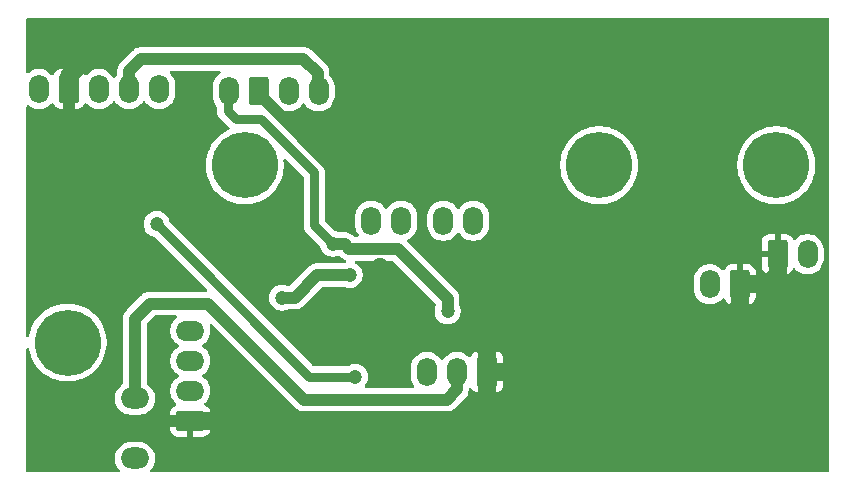
<source format=gbr>
%TF.GenerationSoftware,KiCad,Pcbnew,9.0.6*%
%TF.CreationDate,2026-01-16T11:33:12+01:00*%
%TF.ProjectId,PhatBoy_kicad_mark2025,50686174-426f-4795-9f6b-696361645f6d,rev?*%
%TF.SameCoordinates,Original*%
%TF.FileFunction,Copper,L2,Bot*%
%TF.FilePolarity,Positive*%
%FSLAX46Y46*%
G04 Gerber Fmt 4.6, Leading zero omitted, Abs format (unit mm)*
G04 Created by KiCad (PCBNEW 9.0.6) date 2026-01-16 11:33:12*
%MOMM*%
%LPD*%
G01*
G04 APERTURE LIST*
G04 Aperture macros list*
%AMRoundRect*
0 Rectangle with rounded corners*
0 $1 Rounding radius*
0 $2 $3 $4 $5 $6 $7 $8 $9 X,Y pos of 4 corners*
0 Add a 4 corners polygon primitive as box body*
4,1,4,$2,$3,$4,$5,$6,$7,$8,$9,$2,$3,0*
0 Add four circle primitives for the rounded corners*
1,1,$1+$1,$2,$3*
1,1,$1+$1,$4,$5*
1,1,$1+$1,$6,$7*
1,1,$1+$1,$8,$9*
0 Add four rect primitives between the rounded corners*
20,1,$1+$1,$2,$3,$4,$5,0*
20,1,$1+$1,$4,$5,$6,$7,0*
20,1,$1+$1,$6,$7,$8,$9,0*
20,1,$1+$1,$8,$9,$2,$3,0*%
G04 Aperture macros list end*
%TA.AperFunction,WasherPad*%
%ADD10C,5.600000*%
%TD*%
%TA.AperFunction,ComponentPad*%
%ADD11O,1.700000X2.400000*%
%TD*%
%TA.AperFunction,ComponentPad*%
%ADD12RoundRect,0.250000X-0.600000X0.950000X-0.600000X-0.950000X0.600000X-0.950000X0.600000X0.950000X0*%
%TD*%
%TA.AperFunction,ComponentPad*%
%ADD13O,2.400000X1.800000*%
%TD*%
%TA.AperFunction,ComponentPad*%
%ADD14RoundRect,0.250000X0.950000X-0.650000X0.950000X0.650000X-0.950000X0.650000X-0.950000X-0.650000X0*%
%TD*%
%TA.AperFunction,ComponentPad*%
%ADD15O,2.400000X1.700000*%
%TD*%
%TA.AperFunction,ComponentPad*%
%ADD16RoundRect,0.250000X-0.950000X-0.600000X0.950000X-0.600000X0.950000X0.600000X-0.950000X0.600000X0*%
%TD*%
%TA.AperFunction,ComponentPad*%
%ADD17RoundRect,0.250000X0.600000X-0.950000X0.600000X0.950000X-0.600000X0.950000X-0.600000X-0.950000X0*%
%TD*%
%TA.AperFunction,ComponentPad*%
%ADD18R,1.700000X2.400000*%
%TD*%
%TA.AperFunction,ViaPad*%
%ADD19C,1.200000*%
%TD*%
%TA.AperFunction,Conductor*%
%ADD20C,1.000000*%
%TD*%
%TA.AperFunction,Conductor*%
%ADD21C,1.500000*%
%TD*%
%TA.AperFunction,Conductor*%
%ADD22C,0.800000*%
%TD*%
G04 APERTURE END LIST*
D10*
%TO.P,H1,*%
%TO.N,*%
X85000000Y-80000000D03*
%TD*%
%TO.P,H4,*%
%TO.N,*%
X40000000Y-95000000D03*
%TD*%
D11*
%TO.P,J11,1,Pin_1*%
%TO.N,Net-(J11-Pin_1)*%
X102650000Y-87525000D03*
D12*
%TO.P,J11,2,Pin_2*%
%TO.N,GND*%
X100110000Y-87525000D03*
%TD*%
D10*
%TO.P,H3,*%
%TO.N,*%
X100000000Y-80000000D03*
%TD*%
D13*
%TO.P,U5,1,OUT*%
%TO.N,/REMOTE*%
X45699489Y-104807024D03*
D14*
%TO.P,U5,2,GND*%
%TO.N,GND*%
X45699489Y-102267024D03*
D13*
%TO.P,U5,3,Vs*%
%TO.N,+5V*%
X45699489Y-99727024D03*
%TD*%
D15*
%TO.P,J7,1,Pin_1*%
%TO.N,/RXD*%
X50393285Y-94002276D03*
%TO.P,J7,2,Pin_2*%
%TO.N,/TXD*%
X50393285Y-96542276D03*
%TO.P,J7,3,Pin_3*%
%TO.N,/RST*%
X50393285Y-99082276D03*
D16*
%TO.P,J7,4,Pin_4*%
%TO.N,GND*%
X50393285Y-101622276D03*
%TD*%
D10*
%TO.P,H2,*%
%TO.N,*%
X55000000Y-80000000D03*
%TD*%
D11*
%TO.P,J6,1,Pin_1*%
%TO.N,SCL*%
X61250000Y-73725000D03*
%TO.P,J6,2,Pin_2*%
%TO.N,SDA*%
X58710000Y-73725000D03*
D17*
%TO.P,J6,3,Pin_3*%
%TO.N,GND*%
X56170000Y-73725000D03*
D11*
%TO.P,J6,4,Pin_4*%
%TO.N,+5V*%
X53630000Y-73725000D03*
%TD*%
%TO.P,J12,1,Pin_1*%
%TO.N,Net-(J12-Pin_1)*%
X94375000Y-90075000D03*
D12*
%TO.P,J12,2,Pin_2*%
%TO.N,GND*%
X96915000Y-90075000D03*
%TD*%
D11*
%TO.P,J1,1,Pin_1*%
%TO.N,Net-(J1-Pin_1)*%
X47737206Y-73544687D03*
%TO.P,J1,2,Pin_2*%
%TO.N,SCL*%
X45197206Y-73544687D03*
%TO.P,J1,3,Pin_3*%
%TO.N,SDA*%
X42657206Y-73544687D03*
D17*
%TO.P,J1,4,Pin_4*%
%TO.N,GND*%
X40117206Y-73544687D03*
D11*
%TO.P,J1,5,Pin_5*%
%TO.N,+5V*%
X37577206Y-73544687D03*
%TD*%
%TO.P,J3,1,Pin_1*%
%TO.N,Net-(J3-Pin_1)*%
X74350000Y-84690000D03*
%TO.P,J3,2,Pin_2*%
%TO.N,Net-(J3-Pin_2)*%
X71810000Y-84690000D03*
%TD*%
%TO.P,J4,1,Pin_1*%
%TO.N,Net-(J4-Pin_1)*%
X68240000Y-84690000D03*
%TO.P,J4,2,Pin_2*%
%TO.N,Net-(J4-Pin_2)*%
X65700000Y-84690000D03*
%TD*%
%TO.P,J8,1,Pin_1*%
%TO.N,/SERVO_G*%
X70430000Y-97485000D03*
%TO.P,J8,2,Pin_2*%
%TO.N,+5V*%
X72970000Y-97485000D03*
D18*
%TO.P,J8,3,Pin_3*%
%TO.N,GND*%
X75510000Y-97485000D03*
%TD*%
D19*
%TO.N,GND*%
X49370000Y-84290000D03*
X65085000Y-104740000D03*
X94430000Y-104710000D03*
X66457178Y-88593674D03*
X63410000Y-84230000D03*
X59170000Y-93550000D03*
%TO.N,+5V*%
X62445000Y-86642063D03*
X72165000Y-92365000D03*
%TO.N,/BIN1*%
X63870000Y-89275000D03*
X58142737Y-91193775D03*
%TO.N,SHUT*%
X64360000Y-97890000D03*
X47530000Y-84970000D03*
%TD*%
D20*
%TO.N,GND*%
X63460000Y-93550000D02*
X59170000Y-93550000D01*
D21*
X61840000Y-68860000D02*
X65410000Y-72430000D01*
X65085000Y-104740000D02*
X61967276Y-101622276D01*
X96915000Y-91935000D02*
X96915000Y-90075000D01*
D20*
X49370000Y-84670000D02*
X58250000Y-93550000D01*
X45776513Y-102190000D02*
X47810000Y-102190000D01*
D21*
X77890000Y-82470000D02*
X74630000Y-79210000D01*
X40117206Y-73544687D02*
X40117206Y-72442794D01*
X73437724Y-101622276D02*
X75510000Y-99550000D01*
X40117206Y-72442794D02*
X43700000Y-68860000D01*
D20*
X43637024Y-102267024D02*
X45699489Y-102267024D01*
D21*
X77890000Y-86600000D02*
X77890000Y-82470000D01*
D20*
X40117206Y-73544687D02*
X40117206Y-81767206D01*
D21*
X61967276Y-101622276D02*
X73437724Y-101622276D01*
D20*
X66165000Y-88885852D02*
X66165000Y-90845000D01*
X44050000Y-85700000D02*
X44050000Y-97810000D01*
X44050000Y-97810000D02*
X43022930Y-98837070D01*
X56080000Y-73880000D02*
X56080000Y-73562645D01*
X47810000Y-102190000D02*
X48390000Y-101610000D01*
D21*
X66165000Y-89705000D02*
X70970000Y-94510000D01*
D20*
X49840000Y-101610000D02*
X49852276Y-101622276D01*
X48390000Y-101610000D02*
X49840000Y-101610000D01*
D21*
X65410000Y-79210000D02*
X63410000Y-81210000D01*
X75510000Y-95640000D02*
X74380000Y-94510000D01*
X74630000Y-79210000D02*
X65410000Y-79210000D01*
X91365000Y-97485000D02*
X96915000Y-91935000D01*
D20*
X63410000Y-81210000D02*
X56080000Y-73880000D01*
X66165000Y-90845000D02*
X63460000Y-93550000D01*
D21*
X66457178Y-88593674D02*
X66165000Y-88885852D01*
D20*
X45699489Y-102267024D02*
X45776513Y-102190000D01*
D21*
X75510000Y-99550000D02*
X75510000Y-97485000D01*
X74380000Y-90110000D02*
X77890000Y-86600000D01*
X65410000Y-72430000D02*
X65410000Y-79210000D01*
X75510000Y-97485000D02*
X75510000Y-95640000D01*
X99305000Y-90075000D02*
X100110000Y-89270000D01*
D20*
X58250000Y-93550000D02*
X59170000Y-93550000D01*
X43022930Y-98837070D02*
X43022930Y-101652930D01*
D21*
X66165000Y-88885852D02*
X66165000Y-89705000D01*
X43700000Y-68860000D02*
X61840000Y-68860000D01*
D20*
X49370000Y-84290000D02*
X49370000Y-84670000D01*
X43022930Y-101652930D02*
X43637024Y-102267024D01*
D21*
X74380000Y-94510000D02*
X74380000Y-90110000D01*
X61967276Y-101622276D02*
X50393285Y-101622276D01*
X75510000Y-97485000D02*
X91365000Y-97485000D01*
X100110000Y-89270000D02*
X100110000Y-87525000D01*
D20*
X49852276Y-101622276D02*
X50393285Y-101622276D01*
X40117206Y-81767206D02*
X44050000Y-85700000D01*
D21*
X70970000Y-94510000D02*
X74380000Y-94510000D01*
D20*
X63410000Y-84230000D02*
X63410000Y-81210000D01*
D21*
X96915000Y-90075000D02*
X99305000Y-90075000D01*
D22*
%TO.N,+5V*%
X60880000Y-80590000D02*
X56340000Y-76050000D01*
D20*
X67940000Y-87060000D02*
X72165000Y-91285000D01*
X63850000Y-87060000D02*
X67940000Y-87060000D01*
X46960000Y-91710000D02*
X51923959Y-91710000D01*
D22*
X54230000Y-76050000D02*
X53540000Y-75360000D01*
D20*
X72100000Y-99830000D02*
X72970000Y-98960000D01*
X62462937Y-86660000D02*
X63450000Y-86660000D01*
X62445000Y-86642063D02*
X62462937Y-86660000D01*
X45688745Y-98994350D02*
X45688745Y-92981255D01*
X72165000Y-91285000D02*
X72165000Y-92365000D01*
D22*
X60880000Y-85077063D02*
X60880000Y-80590000D01*
D20*
X63450000Y-86660000D02*
X63850000Y-87060000D01*
X72970000Y-98960000D02*
X72970000Y-97485000D01*
X45688745Y-92981255D02*
X46960000Y-91710000D01*
X45699489Y-99005094D02*
X45688745Y-98994350D01*
X51923959Y-91710000D02*
X60043959Y-99830000D01*
D22*
X62445000Y-86642063D02*
X60880000Y-85077063D01*
X53540000Y-75360000D02*
X53540000Y-73562645D01*
X56340000Y-76050000D02*
X54230000Y-76050000D01*
D20*
X60043959Y-99830000D02*
X72100000Y-99830000D01*
X45699489Y-99727024D02*
X45699489Y-99005094D01*
D22*
X62445000Y-86642063D02*
X61752937Y-85950000D01*
D20*
%TO.N,/BIN1*%
X58142737Y-91193775D02*
X59226225Y-91193775D01*
X61145000Y-89275000D02*
X63870000Y-89275000D01*
X59226225Y-91193775D02*
X61145000Y-89275000D01*
D22*
%TO.N,SHUT*%
X47530000Y-84970000D02*
X60450000Y-97890000D01*
X60450000Y-97890000D02*
X64360000Y-97890000D01*
D20*
%TO.N,SCL*%
X46220000Y-70990000D02*
X45197206Y-72012794D01*
X61160000Y-72180000D02*
X59970000Y-70990000D01*
X45197206Y-72012794D02*
X45197206Y-73544687D01*
X61160000Y-73562645D02*
X61160000Y-72180000D01*
X59970000Y-70990000D02*
X46220000Y-70990000D01*
%TD*%
%TA.AperFunction,Conductor*%
%TO.N,GND*%
G36*
X104442539Y-67520185D02*
G01*
X104488294Y-67572989D01*
X104499500Y-67624500D01*
X104499500Y-105875500D01*
X104479815Y-105942539D01*
X104427011Y-105988294D01*
X104375500Y-105999500D01*
X47086982Y-105999500D01*
X47019943Y-105979815D01*
X46974188Y-105927011D01*
X46964244Y-105857853D01*
X46993269Y-105794297D01*
X46999301Y-105787819D01*
X47067731Y-105719389D01*
X47197304Y-105541046D01*
X47297384Y-105344630D01*
X47365504Y-105134975D01*
X47399989Y-104917246D01*
X47399989Y-104696802D01*
X47365504Y-104479073D01*
X47297384Y-104269418D01*
X47297384Y-104269417D01*
X47262726Y-104201399D01*
X47197304Y-104073002D01*
X47180749Y-104050216D01*
X47067736Y-103894665D01*
X47067732Y-103894660D01*
X46911852Y-103738780D01*
X46911847Y-103738776D01*
X46733514Y-103609211D01*
X46733513Y-103609210D01*
X46733511Y-103609209D01*
X46670585Y-103577146D01*
X46537095Y-103509128D01*
X46537092Y-103509127D01*
X46327441Y-103441009D01*
X46218575Y-103423766D01*
X46109711Y-103406524D01*
X45289267Y-103406524D01*
X45216690Y-103418019D01*
X45071536Y-103441009D01*
X44861885Y-103509127D01*
X44861882Y-103509128D01*
X44665463Y-103609211D01*
X44487130Y-103738776D01*
X44487125Y-103738780D01*
X44331245Y-103894660D01*
X44331241Y-103894665D01*
X44201676Y-104072998D01*
X44101593Y-104269417D01*
X44101592Y-104269420D01*
X44033474Y-104479071D01*
X43998989Y-104696802D01*
X43998989Y-104917245D01*
X44033474Y-105134976D01*
X44101592Y-105344627D01*
X44101593Y-105344630D01*
X44201676Y-105541049D01*
X44331241Y-105719382D01*
X44331245Y-105719387D01*
X44399677Y-105787819D01*
X44433162Y-105849142D01*
X44428178Y-105918834D01*
X44386306Y-105974767D01*
X44320842Y-105999184D01*
X44311996Y-105999500D01*
X36624500Y-105999500D01*
X36557461Y-105979815D01*
X36511706Y-105927011D01*
X36500500Y-105875500D01*
X36500500Y-99616802D01*
X43998989Y-99616802D01*
X43998989Y-99837245D01*
X44033474Y-100054976D01*
X44101592Y-100264627D01*
X44101593Y-100264630D01*
X44201676Y-100461049D01*
X44331241Y-100639382D01*
X44331245Y-100639387D01*
X44487125Y-100795267D01*
X44487130Y-100795271D01*
X44589406Y-100869578D01*
X44665467Y-100924839D01*
X44793864Y-100990261D01*
X44861882Y-101024919D01*
X44861885Y-101024920D01*
X44966710Y-101058979D01*
X45071538Y-101093039D01*
X45289267Y-101127524D01*
X45289268Y-101127524D01*
X46109710Y-101127524D01*
X46109711Y-101127524D01*
X46327440Y-101093039D01*
X46537095Y-101024919D01*
X46733511Y-100924839D01*
X46911854Y-100795266D01*
X47067731Y-100639389D01*
X47197304Y-100461046D01*
X47297384Y-100264630D01*
X47365504Y-100054975D01*
X47399989Y-99837246D01*
X47399989Y-99616802D01*
X47365504Y-99399073D01*
X47297384Y-99189418D01*
X47297384Y-99189417D01*
X47262726Y-99121399D01*
X47197304Y-98993002D01*
X47087331Y-98841636D01*
X47067736Y-98814665D01*
X47067732Y-98814660D01*
X46911852Y-98658780D01*
X46911847Y-98658776D01*
X46740360Y-98534184D01*
X46697694Y-98478854D01*
X46689245Y-98433866D01*
X46689245Y-93447037D01*
X46708930Y-93379998D01*
X46725564Y-93359356D01*
X47338101Y-92746819D01*
X47399424Y-92713334D01*
X47425782Y-92710500D01*
X49142020Y-92710500D01*
X49209059Y-92730185D01*
X49254814Y-92782989D01*
X49264758Y-92852147D01*
X49235733Y-92915703D01*
X49214905Y-92934818D01*
X49163499Y-92972166D01*
X49163494Y-92972170D01*
X49013175Y-93122489D01*
X48888236Y-93294455D01*
X48791729Y-93483861D01*
X48726038Y-93686036D01*
X48692785Y-93895989D01*
X48692785Y-94108562D01*
X48706807Y-94197097D01*
X48726039Y-94318519D01*
X48789920Y-94515125D01*
X48791729Y-94520690D01*
X48888236Y-94710096D01*
X49013175Y-94882062D01*
X49163498Y-95032385D01*
X49335467Y-95157326D01*
X49344231Y-95161792D01*
X49395027Y-95209767D01*
X49411821Y-95277588D01*
X49389283Y-95343723D01*
X49344231Y-95382760D01*
X49335467Y-95387225D01*
X49163498Y-95512166D01*
X49013175Y-95662489D01*
X48888236Y-95834455D01*
X48791729Y-96023861D01*
X48726038Y-96226036D01*
X48721479Y-96254821D01*
X48692785Y-96435989D01*
X48692785Y-96648563D01*
X48700749Y-96698848D01*
X48719741Y-96818760D01*
X48726039Y-96858519D01*
X48788446Y-97050588D01*
X48791729Y-97060690D01*
X48888236Y-97250096D01*
X49013175Y-97422062D01*
X49163498Y-97572385D01*
X49335467Y-97697326D01*
X49344231Y-97701792D01*
X49395027Y-97749767D01*
X49411821Y-97817588D01*
X49389283Y-97883723D01*
X49344231Y-97922760D01*
X49335467Y-97927225D01*
X49163498Y-98052166D01*
X49013175Y-98202489D01*
X48888236Y-98374455D01*
X48791729Y-98563861D01*
X48726038Y-98766036D01*
X48700529Y-98927093D01*
X48692785Y-98975989D01*
X48692785Y-99188563D01*
X48692921Y-99189420D01*
X48709948Y-99296929D01*
X48726039Y-99398519D01*
X48726218Y-99399071D01*
X48791729Y-99600690D01*
X48888236Y-99790096D01*
X49013175Y-99962062D01*
X49013181Y-99962068D01*
X49163493Y-100112380D01*
X49163494Y-100112381D01*
X49163493Y-100112381D01*
X49168883Y-100116296D01*
X49211552Y-100171624D01*
X49217534Y-100241237D01*
X49184932Y-100303034D01*
X49135014Y-100334322D01*
X49124166Y-100337917D01*
X49124160Y-100337919D01*
X48974939Y-100429960D01*
X48850969Y-100553930D01*
X48758928Y-100703151D01*
X48758926Y-100703156D01*
X48703779Y-100869578D01*
X48703778Y-100869585D01*
X48693285Y-100972289D01*
X48693285Y-101372276D01*
X49960273Y-101372276D01*
X49927360Y-101429283D01*
X49893285Y-101556450D01*
X49893285Y-101688102D01*
X49927360Y-101815269D01*
X49960273Y-101872276D01*
X48693286Y-101872276D01*
X48693286Y-102272262D01*
X48703779Y-102374973D01*
X48758926Y-102541395D01*
X48758928Y-102541400D01*
X48850969Y-102690621D01*
X48974939Y-102814591D01*
X49124160Y-102906632D01*
X49124165Y-102906634D01*
X49290587Y-102961781D01*
X49290594Y-102961782D01*
X49393304Y-102972275D01*
X50143284Y-102972275D01*
X50143285Y-102972274D01*
X50143285Y-102055288D01*
X50200292Y-102088201D01*
X50327459Y-102122276D01*
X50459111Y-102122276D01*
X50586278Y-102088201D01*
X50643285Y-102055288D01*
X50643285Y-102972275D01*
X51393257Y-102972275D01*
X51393271Y-102972274D01*
X51495982Y-102961781D01*
X51662404Y-102906634D01*
X51662409Y-102906632D01*
X51811630Y-102814591D01*
X51935600Y-102690621D01*
X52027641Y-102541400D01*
X52027643Y-102541395D01*
X52082790Y-102374973D01*
X52082791Y-102374966D01*
X52093284Y-102272262D01*
X52093285Y-102272249D01*
X52093285Y-101872276D01*
X50826297Y-101872276D01*
X50859210Y-101815269D01*
X50893285Y-101688102D01*
X50893285Y-101556450D01*
X50859210Y-101429283D01*
X50826297Y-101372276D01*
X52093284Y-101372276D01*
X52093284Y-100972304D01*
X52093283Y-100972289D01*
X52082790Y-100869578D01*
X52027643Y-100703156D01*
X52027641Y-100703151D01*
X51935600Y-100553930D01*
X51811630Y-100429960D01*
X51662409Y-100337919D01*
X51662399Y-100337915D01*
X51651557Y-100334322D01*
X51594114Y-100294548D01*
X51567294Y-100230031D01*
X51579611Y-100161255D01*
X51617688Y-100116294D01*
X51623077Y-100112380D01*
X51773389Y-99962068D01*
X51773391Y-99962064D01*
X51773394Y-99962062D01*
X51898333Y-99790096D01*
X51898332Y-99790096D01*
X51898336Y-99790092D01*
X51994842Y-99600688D01*
X52060531Y-99398519D01*
X52093785Y-99188563D01*
X52093785Y-98975989D01*
X52060531Y-98766033D01*
X51994842Y-98563864D01*
X51898336Y-98374460D01*
X51898334Y-98374457D01*
X51898333Y-98374455D01*
X51773394Y-98202489D01*
X51623071Y-98052166D01*
X51451105Y-97927227D01*
X51450400Y-97926867D01*
X51442339Y-97922761D01*
X51391544Y-97874788D01*
X51374748Y-97806968D01*
X51397284Y-97740832D01*
X51442339Y-97701791D01*
X51451101Y-97697327D01*
X51540605Y-97632299D01*
X51623071Y-97572385D01*
X51623073Y-97572382D01*
X51623077Y-97572380D01*
X51773389Y-97422068D01*
X51773391Y-97422064D01*
X51773394Y-97422062D01*
X51898333Y-97250096D01*
X51898332Y-97250096D01*
X51898336Y-97250092D01*
X51994842Y-97060688D01*
X52060531Y-96858519D01*
X52093785Y-96648563D01*
X52093785Y-96435989D01*
X52060531Y-96226033D01*
X51994842Y-96023864D01*
X51898336Y-95834460D01*
X51898334Y-95834457D01*
X51898333Y-95834455D01*
X51773394Y-95662489D01*
X51623071Y-95512166D01*
X51451105Y-95387227D01*
X51450400Y-95386867D01*
X51442339Y-95382761D01*
X51391544Y-95334788D01*
X51374748Y-95266968D01*
X51397284Y-95200832D01*
X51442339Y-95161791D01*
X51451101Y-95157327D01*
X51473074Y-95141362D01*
X51623071Y-95032385D01*
X51623073Y-95032382D01*
X51623077Y-95032380D01*
X51773389Y-94882068D01*
X51773391Y-94882064D01*
X51773394Y-94882062D01*
X51898333Y-94710096D01*
X51898332Y-94710096D01*
X51898336Y-94710092D01*
X51994842Y-94520688D01*
X52060531Y-94318519D01*
X52093785Y-94108563D01*
X52093785Y-93895989D01*
X52060531Y-93686033D01*
X52015801Y-93548371D01*
X52013807Y-93478533D01*
X52049887Y-93418700D01*
X52112588Y-93387872D01*
X52182002Y-93395837D01*
X52221414Y-93422375D01*
X59263694Y-100464655D01*
X59263723Y-100464686D01*
X59406173Y-100607136D01*
X59406177Y-100607139D01*
X59570038Y-100716628D01*
X59570051Y-100716635D01*
X59698792Y-100769961D01*
X59741703Y-100787735D01*
X59752123Y-100792051D01*
X59848771Y-100811275D01*
X59897094Y-100820887D01*
X59945417Y-100830500D01*
X59945418Y-100830500D01*
X72198542Y-100830500D01*
X72229566Y-100824328D01*
X72295188Y-100811275D01*
X72391836Y-100792051D01*
X72445165Y-100769961D01*
X72573914Y-100716632D01*
X72737782Y-100607139D01*
X72877139Y-100467782D01*
X72877140Y-100467779D01*
X72884206Y-100460714D01*
X72884209Y-100460710D01*
X73607778Y-99737141D01*
X73607782Y-99737139D01*
X73747139Y-99597782D01*
X73856632Y-99433914D01*
X73913373Y-99296929D01*
X73932051Y-99251836D01*
X73970500Y-99058540D01*
X73970500Y-98954430D01*
X73990185Y-98887391D01*
X74042989Y-98841636D01*
X74112147Y-98831692D01*
X74175703Y-98860717D01*
X74210682Y-98911097D01*
X74216645Y-98927086D01*
X74216649Y-98927093D01*
X74302809Y-99042187D01*
X74302812Y-99042190D01*
X74417906Y-99128350D01*
X74417913Y-99128354D01*
X74552620Y-99178596D01*
X74552627Y-99178598D01*
X74612155Y-99184999D01*
X74612172Y-99185000D01*
X75260000Y-99185000D01*
X75260000Y-97918012D01*
X75317007Y-97950925D01*
X75444174Y-97985000D01*
X75575826Y-97985000D01*
X75702993Y-97950925D01*
X75760000Y-97918012D01*
X75760000Y-99185000D01*
X76407828Y-99185000D01*
X76407844Y-99184999D01*
X76467372Y-99178598D01*
X76467379Y-99178596D01*
X76602086Y-99128354D01*
X76602093Y-99128350D01*
X76717187Y-99042190D01*
X76717190Y-99042187D01*
X76803350Y-98927093D01*
X76803354Y-98927086D01*
X76853596Y-98792379D01*
X76853598Y-98792372D01*
X76859999Y-98732844D01*
X76860000Y-98732827D01*
X76860000Y-97735000D01*
X75943012Y-97735000D01*
X75975925Y-97677993D01*
X76010000Y-97550826D01*
X76010000Y-97419174D01*
X75975925Y-97292007D01*
X75943012Y-97235000D01*
X76860000Y-97235000D01*
X76860000Y-96237172D01*
X76859999Y-96237155D01*
X76853598Y-96177627D01*
X76853596Y-96177620D01*
X76803354Y-96042913D01*
X76803350Y-96042906D01*
X76717190Y-95927812D01*
X76717187Y-95927809D01*
X76602093Y-95841649D01*
X76602086Y-95841645D01*
X76467379Y-95791403D01*
X76467372Y-95791401D01*
X76407844Y-95785000D01*
X75760000Y-95785000D01*
X75760000Y-97051988D01*
X75702993Y-97019075D01*
X75575826Y-96985000D01*
X75444174Y-96985000D01*
X75317007Y-97019075D01*
X75260000Y-97051988D01*
X75260000Y-95785000D01*
X74612155Y-95785000D01*
X74552627Y-95791401D01*
X74552620Y-95791403D01*
X74417913Y-95841645D01*
X74417906Y-95841649D01*
X74302812Y-95927809D01*
X74302809Y-95927812D01*
X74216649Y-96042906D01*
X74216646Y-96042912D01*
X74167577Y-96174471D01*
X74125705Y-96230404D01*
X74060241Y-96254821D01*
X73991968Y-96239969D01*
X73963714Y-96218818D01*
X73849786Y-96104890D01*
X73677820Y-95979951D01*
X73488414Y-95883444D01*
X73488413Y-95883443D01*
X73488412Y-95883443D01*
X73286243Y-95817754D01*
X73286241Y-95817753D01*
X73286240Y-95817753D01*
X73124957Y-95792208D01*
X73076287Y-95784500D01*
X72863713Y-95784500D01*
X72815042Y-95792208D01*
X72653760Y-95817753D01*
X72451585Y-95883444D01*
X72262179Y-95979951D01*
X72090213Y-96104890D01*
X71939890Y-96255213D01*
X71814949Y-96427182D01*
X71810484Y-96435946D01*
X71762509Y-96486742D01*
X71694688Y-96503536D01*
X71628553Y-96480998D01*
X71589516Y-96435946D01*
X71585050Y-96427182D01*
X71460109Y-96255213D01*
X71309786Y-96104890D01*
X71137820Y-95979951D01*
X70948414Y-95883444D01*
X70948413Y-95883443D01*
X70948412Y-95883443D01*
X70746243Y-95817754D01*
X70746241Y-95817753D01*
X70746240Y-95817753D01*
X70584957Y-95792208D01*
X70536287Y-95784500D01*
X70323713Y-95784500D01*
X70275042Y-95792208D01*
X70113760Y-95817753D01*
X69911585Y-95883444D01*
X69722179Y-95979951D01*
X69550213Y-96104890D01*
X69399890Y-96255213D01*
X69274951Y-96427179D01*
X69178444Y-96616585D01*
X69112753Y-96818760D01*
X69079500Y-97028713D01*
X69079500Y-97941286D01*
X69106429Y-98111313D01*
X69112754Y-98151243D01*
X69150922Y-98268712D01*
X69178444Y-98353414D01*
X69274948Y-98542815D01*
X69340191Y-98632615D01*
X69363670Y-98698422D01*
X69347844Y-98766476D01*
X69297738Y-98815170D01*
X69239872Y-98829500D01*
X65276204Y-98829500D01*
X65209165Y-98809815D01*
X65163410Y-98757011D01*
X65153466Y-98687853D01*
X65182491Y-98624297D01*
X65188523Y-98617819D01*
X65199414Y-98606928D01*
X65301232Y-98466788D01*
X65379873Y-98312445D01*
X65433402Y-98147701D01*
X65460500Y-97976611D01*
X65460500Y-97803389D01*
X65433402Y-97632299D01*
X65379873Y-97467555D01*
X65301232Y-97313212D01*
X65199414Y-97173072D01*
X65076928Y-97050586D01*
X64936788Y-96948768D01*
X64782445Y-96870127D01*
X64617701Y-96816598D01*
X64617699Y-96816597D01*
X64617698Y-96816597D01*
X64486271Y-96795781D01*
X64446611Y-96789500D01*
X64273389Y-96789500D01*
X64233728Y-96795781D01*
X64102302Y-96816597D01*
X64102299Y-96816598D01*
X63973281Y-96858519D01*
X63937552Y-96870128D01*
X63783210Y-96948769D01*
X63783207Y-96948770D01*
X63759745Y-96965818D01*
X63693939Y-96989298D01*
X63686859Y-96989500D01*
X60874362Y-96989500D01*
X60807323Y-96969815D01*
X60786681Y-96953181D01*
X48642731Y-84809231D01*
X48609246Y-84747908D01*
X48607944Y-84740977D01*
X48603402Y-84712299D01*
X48549873Y-84547555D01*
X48549871Y-84547552D01*
X48549871Y-84547550D01*
X48471231Y-84393211D01*
X48369414Y-84253072D01*
X48246928Y-84130586D01*
X48106788Y-84028768D01*
X47952445Y-83950127D01*
X47787701Y-83896598D01*
X47787699Y-83896597D01*
X47787698Y-83896597D01*
X47656271Y-83875781D01*
X47616611Y-83869500D01*
X47443389Y-83869500D01*
X47403728Y-83875781D01*
X47272302Y-83896597D01*
X47107552Y-83950128D01*
X46953211Y-84028768D01*
X46873256Y-84086859D01*
X46813072Y-84130586D01*
X46813070Y-84130588D01*
X46813069Y-84130588D01*
X46690588Y-84253069D01*
X46690588Y-84253070D01*
X46690586Y-84253072D01*
X46646859Y-84313256D01*
X46588768Y-84393211D01*
X46510128Y-84547552D01*
X46456597Y-84712302D01*
X46441245Y-84809231D01*
X46429500Y-84883389D01*
X46429500Y-85056611D01*
X46456598Y-85227701D01*
X46510127Y-85392445D01*
X46588768Y-85546788D01*
X46690586Y-85686928D01*
X46813072Y-85809414D01*
X46953212Y-85911232D01*
X47026133Y-85948387D01*
X47107550Y-85989871D01*
X47107552Y-85989871D01*
X47107555Y-85989873D01*
X47272299Y-86043402D01*
X47300948Y-86047939D01*
X47364081Y-86077866D01*
X47369231Y-86082731D01*
X51784319Y-90497819D01*
X51817804Y-90559142D01*
X51812820Y-90628834D01*
X51770948Y-90684767D01*
X51705484Y-90709184D01*
X51696638Y-90709500D01*
X46861455Y-90709500D01*
X46764812Y-90728724D01*
X46668167Y-90747947D01*
X46668161Y-90747949D01*
X46614834Y-90770037D01*
X46614834Y-90770038D01*
X46569315Y-90788892D01*
X46486089Y-90823366D01*
X46486079Y-90823371D01*
X46322219Y-90932859D01*
X46261919Y-90993160D01*
X46182861Y-91072218D01*
X46182858Y-91072221D01*
X45050966Y-92204113D01*
X45050963Y-92204116D01*
X44987902Y-92267177D01*
X44911604Y-92343474D01*
X44802116Y-92507335D01*
X44802109Y-92507348D01*
X44754330Y-92622701D01*
X44754329Y-92622704D01*
X44742286Y-92651777D01*
X44726695Y-92689415D01*
X44726692Y-92689425D01*
X44688245Y-92882711D01*
X44688245Y-98449478D01*
X44668560Y-98516517D01*
X44637130Y-98549796D01*
X44487130Y-98658776D01*
X44487125Y-98658780D01*
X44331245Y-98814660D01*
X44331241Y-98814665D01*
X44201676Y-98992998D01*
X44101593Y-99189417D01*
X44101592Y-99189420D01*
X44033474Y-99399071D01*
X43998989Y-99616802D01*
X36500500Y-99616802D01*
X36500500Y-95583621D01*
X36520185Y-95516582D01*
X36572989Y-95470827D01*
X36642147Y-95460883D01*
X36705703Y-95489908D01*
X36743477Y-95548686D01*
X36746117Y-95559430D01*
X36794545Y-95802902D01*
X36794548Y-95802913D01*
X36888686Y-96113247D01*
X37012786Y-96412849D01*
X37012788Y-96412854D01*
X37165646Y-96698830D01*
X37165657Y-96698848D01*
X37345811Y-96968467D01*
X37345821Y-96968481D01*
X37551546Y-97219158D01*
X37780841Y-97448453D01*
X37780846Y-97448457D01*
X37780847Y-97448458D01*
X38031524Y-97654183D01*
X38301158Y-97834347D01*
X38301167Y-97834352D01*
X38301169Y-97834353D01*
X38587145Y-97987211D01*
X38587147Y-97987211D01*
X38587153Y-97987215D01*
X38886754Y-98111314D01*
X39197077Y-98205449D01*
X39197083Y-98205450D01*
X39197086Y-98205451D01*
X39197097Y-98205454D01*
X39396528Y-98245122D01*
X39515132Y-98268714D01*
X39837857Y-98300500D01*
X39837860Y-98300500D01*
X40162140Y-98300500D01*
X40162143Y-98300500D01*
X40484868Y-98268714D01*
X40642295Y-98237399D01*
X40802902Y-98205454D01*
X40802913Y-98205451D01*
X40802913Y-98205450D01*
X40802923Y-98205449D01*
X41113246Y-98111314D01*
X41412847Y-97987215D01*
X41698842Y-97834347D01*
X41968476Y-97654183D01*
X42219153Y-97448458D01*
X42448458Y-97219153D01*
X42654183Y-96968476D01*
X42834347Y-96698842D01*
X42987215Y-96412847D01*
X43111314Y-96113246D01*
X43205449Y-95802923D01*
X43205451Y-95802913D01*
X43205454Y-95802902D01*
X43249071Y-95583621D01*
X43268714Y-95484868D01*
X43300500Y-95162143D01*
X43300500Y-94837857D01*
X43268714Y-94515132D01*
X43245122Y-94396528D01*
X43205454Y-94197097D01*
X43205451Y-94197086D01*
X43205450Y-94197083D01*
X43205449Y-94197077D01*
X43111314Y-93886754D01*
X42987215Y-93587153D01*
X42834347Y-93301158D01*
X42654183Y-93031524D01*
X42448458Y-92780847D01*
X42448457Y-92780846D01*
X42448453Y-92780841D01*
X42219158Y-92551546D01*
X41968481Y-92345821D01*
X41968480Y-92345820D01*
X41968476Y-92345817D01*
X41698842Y-92165653D01*
X41698837Y-92165650D01*
X41698830Y-92165646D01*
X41412854Y-92012788D01*
X41412849Y-92012786D01*
X41113247Y-91888686D01*
X40802913Y-91794548D01*
X40802902Y-91794545D01*
X40484874Y-91731287D01*
X40484857Y-91731284D01*
X40240812Y-91707248D01*
X40162143Y-91699500D01*
X39837857Y-91699500D01*
X39765099Y-91706666D01*
X39515142Y-91731284D01*
X39515125Y-91731287D01*
X39197097Y-91794545D01*
X39197086Y-91794548D01*
X38886752Y-91888686D01*
X38587150Y-92012786D01*
X38587145Y-92012788D01*
X38301169Y-92165646D01*
X38301151Y-92165657D01*
X38031532Y-92345811D01*
X38031518Y-92345821D01*
X37780841Y-92551546D01*
X37551546Y-92780841D01*
X37345821Y-93031518D01*
X37345811Y-93031532D01*
X37165657Y-93301151D01*
X37165646Y-93301169D01*
X37012788Y-93587145D01*
X37012786Y-93587150D01*
X36888686Y-93886752D01*
X36794548Y-94197086D01*
X36794545Y-94197097D01*
X36746117Y-94440569D01*
X36713732Y-94502480D01*
X36653017Y-94537054D01*
X36583247Y-94533315D01*
X36526575Y-94492449D01*
X36500994Y-94427431D01*
X36500500Y-94416378D01*
X36500500Y-75025088D01*
X36520185Y-74958049D01*
X36572989Y-74912294D01*
X36642147Y-74902350D01*
X36697385Y-74924770D01*
X36697414Y-74924791D01*
X36869390Y-75049738D01*
X37058794Y-75146244D01*
X37260963Y-75211933D01*
X37470919Y-75245187D01*
X37470920Y-75245187D01*
X37683492Y-75245187D01*
X37683493Y-75245187D01*
X37893449Y-75211933D01*
X38095618Y-75146244D01*
X38285022Y-75049738D01*
X38326779Y-75019400D01*
X38456992Y-74924796D01*
X38456994Y-74924793D01*
X38456998Y-74924791D01*
X38607310Y-74774479D01*
X38611224Y-74769091D01*
X38666548Y-74726421D01*
X38736161Y-74720435D01*
X38797959Y-74753035D01*
X38829252Y-74802959D01*
X38832845Y-74813801D01*
X38832849Y-74813811D01*
X38924890Y-74963032D01*
X39048860Y-75087002D01*
X39198081Y-75179043D01*
X39198086Y-75179045D01*
X39364508Y-75234192D01*
X39364515Y-75234193D01*
X39467225Y-75244686D01*
X39867205Y-75244686D01*
X39867206Y-75244685D01*
X39867206Y-73977699D01*
X39924213Y-74010612D01*
X40051380Y-74044687D01*
X40183032Y-74044687D01*
X40310199Y-74010612D01*
X40367206Y-73977699D01*
X40367206Y-75244686D01*
X40767178Y-75244686D01*
X40767192Y-75244685D01*
X40869903Y-75234192D01*
X41036325Y-75179045D01*
X41036330Y-75179043D01*
X41185551Y-75087002D01*
X41309521Y-74963032D01*
X41401562Y-74813811D01*
X41401565Y-74813804D01*
X41405157Y-74802965D01*
X41444929Y-74745520D01*
X41509444Y-74718696D01*
X41578220Y-74731010D01*
X41623183Y-74769086D01*
X41627096Y-74774472D01*
X41627100Y-74774477D01*
X41777419Y-74924796D01*
X41949385Y-75049735D01*
X41949387Y-75049736D01*
X41949390Y-75049738D01*
X42138794Y-75146244D01*
X42340963Y-75211933D01*
X42550919Y-75245187D01*
X42550920Y-75245187D01*
X42763492Y-75245187D01*
X42763493Y-75245187D01*
X42973449Y-75211933D01*
X43175618Y-75146244D01*
X43365022Y-75049738D01*
X43406779Y-75019400D01*
X43536992Y-74924796D01*
X43536994Y-74924793D01*
X43536998Y-74924791D01*
X43687310Y-74774479D01*
X43687312Y-74774475D01*
X43687315Y-74774473D01*
X43812254Y-74602507D01*
X43812253Y-74602507D01*
X43812257Y-74602503D01*
X43816720Y-74593741D01*
X43864694Y-74542946D01*
X43932514Y-74526150D01*
X43998650Y-74548686D01*
X44037692Y-74593743D01*
X44042157Y-74602507D01*
X44167096Y-74774473D01*
X44317419Y-74924796D01*
X44489385Y-75049735D01*
X44489387Y-75049736D01*
X44489390Y-75049738D01*
X44678794Y-75146244D01*
X44880963Y-75211933D01*
X45090919Y-75245187D01*
X45090920Y-75245187D01*
X45303492Y-75245187D01*
X45303493Y-75245187D01*
X45513449Y-75211933D01*
X45715618Y-75146244D01*
X45905022Y-75049738D01*
X45946779Y-75019400D01*
X46076992Y-74924796D01*
X46076994Y-74924793D01*
X46076998Y-74924791D01*
X46227310Y-74774479D01*
X46227312Y-74774475D01*
X46227315Y-74774473D01*
X46352254Y-74602507D01*
X46352253Y-74602507D01*
X46352257Y-74602503D01*
X46356720Y-74593741D01*
X46404694Y-74542946D01*
X46472514Y-74526150D01*
X46538650Y-74548686D01*
X46577692Y-74593743D01*
X46582157Y-74602507D01*
X46707096Y-74774473D01*
X46857419Y-74924796D01*
X47029385Y-75049735D01*
X47029387Y-75049736D01*
X47029390Y-75049738D01*
X47218794Y-75146244D01*
X47420963Y-75211933D01*
X47630919Y-75245187D01*
X47630920Y-75245187D01*
X47843492Y-75245187D01*
X47843493Y-75245187D01*
X48053449Y-75211933D01*
X48255618Y-75146244D01*
X48445022Y-75049738D01*
X48486779Y-75019400D01*
X48616992Y-74924796D01*
X48616994Y-74924793D01*
X48616998Y-74924791D01*
X48767310Y-74774479D01*
X48767312Y-74774475D01*
X48767315Y-74774473D01*
X48892254Y-74602507D01*
X48892253Y-74602507D01*
X48892257Y-74602503D01*
X48988763Y-74413099D01*
X49054452Y-74210930D01*
X49087706Y-74000974D01*
X49087706Y-73088400D01*
X49054452Y-72878444D01*
X48988763Y-72676275D01*
X48892257Y-72486871D01*
X48892255Y-72486868D01*
X48892254Y-72486866D01*
X48767315Y-72314900D01*
X48654596Y-72202181D01*
X48621111Y-72140858D01*
X48626095Y-72071166D01*
X48667967Y-72015233D01*
X48733431Y-71990816D01*
X48742277Y-71990500D01*
X52856940Y-71990500D01*
X52923979Y-72010185D01*
X52969734Y-72062989D01*
X52979678Y-72132147D01*
X52950653Y-72195703D01*
X52925861Y-72216722D01*
X52926125Y-72217085D01*
X52750213Y-72344890D01*
X52599890Y-72495213D01*
X52474951Y-72667179D01*
X52378444Y-72856585D01*
X52312753Y-73058760D01*
X52279500Y-73268713D01*
X52279500Y-74181287D01*
X52312754Y-74391243D01*
X52319855Y-74413099D01*
X52378444Y-74593414D01*
X52474951Y-74782820D01*
X52599890Y-74954786D01*
X52603181Y-74958077D01*
X52636666Y-75019400D01*
X52639500Y-75045758D01*
X52639500Y-75448696D01*
X52674103Y-75622658D01*
X52674105Y-75622666D01*
X52708046Y-75704606D01*
X52708046Y-75704607D01*
X52741984Y-75786542D01*
X52741985Y-75786544D01*
X52801063Y-75874960D01*
X52840537Y-75934038D01*
X52840540Y-75934041D01*
X53527462Y-76620961D01*
X53530536Y-76624035D01*
X53655965Y-76749464D01*
X53688356Y-76771107D01*
X53695696Y-76777952D01*
X53708592Y-76799729D01*
X53724823Y-76819150D01*
X53726095Y-76829283D01*
X53731299Y-76838070D01*
X53730375Y-76863360D01*
X53733529Y-76888475D01*
X53729120Y-76897688D01*
X53728748Y-76907893D01*
X53714297Y-76928669D01*
X53703373Y-76951502D01*
X53693613Y-76958407D01*
X53688853Y-76965253D01*
X53677044Y-76970133D01*
X53658580Y-76983198D01*
X53587153Y-77012785D01*
X53587150Y-77012786D01*
X53587144Y-77012789D01*
X53301169Y-77165646D01*
X53301151Y-77165657D01*
X53031532Y-77345811D01*
X53031518Y-77345821D01*
X52780841Y-77551546D01*
X52551546Y-77780841D01*
X52345821Y-78031518D01*
X52345811Y-78031532D01*
X52165657Y-78301151D01*
X52165646Y-78301169D01*
X52012788Y-78587145D01*
X52012786Y-78587150D01*
X51888686Y-78886752D01*
X51794548Y-79197086D01*
X51794545Y-79197097D01*
X51731287Y-79515125D01*
X51731284Y-79515142D01*
X51706666Y-79765099D01*
X51699500Y-79837857D01*
X51699500Y-80162143D01*
X51699703Y-80164205D01*
X51731284Y-80484857D01*
X51731287Y-80484874D01*
X51794545Y-80802902D01*
X51794548Y-80802913D01*
X51888686Y-81113247D01*
X52012786Y-81412849D01*
X52012788Y-81412854D01*
X52165646Y-81698830D01*
X52165657Y-81698848D01*
X52345811Y-81968467D01*
X52345821Y-81968481D01*
X52551546Y-82219158D01*
X52780841Y-82448453D01*
X52780846Y-82448457D01*
X52780847Y-82448458D01*
X53031524Y-82654183D01*
X53301158Y-82834347D01*
X53301167Y-82834352D01*
X53301169Y-82834353D01*
X53587145Y-82987211D01*
X53587147Y-82987211D01*
X53587153Y-82987215D01*
X53886754Y-83111314D01*
X54197077Y-83205449D01*
X54197083Y-83205450D01*
X54197086Y-83205451D01*
X54197097Y-83205454D01*
X54396528Y-83245122D01*
X54515132Y-83268714D01*
X54837857Y-83300500D01*
X54837860Y-83300500D01*
X55162140Y-83300500D01*
X55162143Y-83300500D01*
X55484868Y-83268714D01*
X55642295Y-83237399D01*
X55802902Y-83205454D01*
X55802913Y-83205451D01*
X55802913Y-83205450D01*
X55802923Y-83205449D01*
X56113246Y-83111314D01*
X56412847Y-82987215D01*
X56698842Y-82834347D01*
X56968476Y-82654183D01*
X57219153Y-82448458D01*
X57448458Y-82219153D01*
X57654183Y-81968476D01*
X57834347Y-81698842D01*
X57987215Y-81412847D01*
X58111314Y-81113246D01*
X58205449Y-80802923D01*
X58205451Y-80802913D01*
X58205454Y-80802902D01*
X58237399Y-80642295D01*
X58268714Y-80484868D01*
X58300500Y-80162143D01*
X58300500Y-79837857D01*
X58273958Y-79568376D01*
X58286977Y-79499731D01*
X58335042Y-79449021D01*
X58402893Y-79432346D01*
X58468987Y-79455002D01*
X58485042Y-79468542D01*
X59943181Y-80926680D01*
X59976666Y-80988003D01*
X59979500Y-81014361D01*
X59979500Y-85165759D01*
X60014103Y-85339721D01*
X60014105Y-85339729D01*
X60048046Y-85421669D01*
X60081987Y-85503610D01*
X60110838Y-85546788D01*
X60125453Y-85568661D01*
X60180537Y-85651101D01*
X60180538Y-85651102D01*
X61053473Y-86524036D01*
X61332267Y-86802830D01*
X61365752Y-86864153D01*
X61367059Y-86871110D01*
X61371597Y-86899762D01*
X61425128Y-87064510D01*
X61503331Y-87217993D01*
X61503768Y-87218851D01*
X61605586Y-87358991D01*
X61728072Y-87481477D01*
X61868212Y-87583295D01*
X62022555Y-87661936D01*
X62187299Y-87715465D01*
X62358389Y-87742563D01*
X62358390Y-87742563D01*
X62531610Y-87742563D01*
X62531611Y-87742563D01*
X62702701Y-87715465D01*
X62853186Y-87666568D01*
X62855515Y-87666200D01*
X62856569Y-87665523D01*
X62891504Y-87660500D01*
X62984217Y-87660500D01*
X63051256Y-87680185D01*
X63071898Y-87696819D01*
X63072860Y-87697781D01*
X63072861Y-87697782D01*
X63150079Y-87775000D01*
X63212219Y-87837140D01*
X63376080Y-87946628D01*
X63376086Y-87946632D01*
X63482745Y-87990811D01*
X63514351Y-88003902D01*
X63541834Y-88026052D01*
X63568750Y-88047742D01*
X63568750Y-88047743D01*
X63568752Y-88047745D01*
X63576026Y-88069603D01*
X63590815Y-88114036D01*
X63590814Y-88114038D01*
X63590815Y-88114040D01*
X63584520Y-88138702D01*
X63573536Y-88181736D01*
X63522398Y-88229346D01*
X63505217Y-88236391D01*
X63472533Y-88247011D01*
X63447548Y-88255129D01*
X63436059Y-88260984D01*
X63379763Y-88274500D01*
X61046454Y-88274500D01*
X61014391Y-88280876D01*
X61014392Y-88280877D01*
X60853170Y-88312946D01*
X60853164Y-88312948D01*
X60671088Y-88388366D01*
X60671079Y-88388371D01*
X60507219Y-88497859D01*
X60507215Y-88497862D01*
X58848124Y-90156956D01*
X58821196Y-90171659D01*
X58795378Y-90188252D01*
X58789177Y-90189143D01*
X58786801Y-90190441D01*
X58760443Y-90193275D01*
X58632974Y-90193275D01*
X58576678Y-90179759D01*
X58565186Y-90173903D01*
X58463385Y-90140826D01*
X58400438Y-90120373D01*
X58400436Y-90120372D01*
X58400435Y-90120372D01*
X58269008Y-90099556D01*
X58229348Y-90093275D01*
X58056126Y-90093275D01*
X58016465Y-90099556D01*
X57885039Y-90120372D01*
X57720289Y-90173903D01*
X57565948Y-90252543D01*
X57507687Y-90294873D01*
X57425809Y-90354361D01*
X57425807Y-90354363D01*
X57425806Y-90354363D01*
X57303325Y-90476844D01*
X57303325Y-90476845D01*
X57303323Y-90476847D01*
X57288086Y-90497819D01*
X57201505Y-90616986D01*
X57122865Y-90771327D01*
X57069334Y-90936077D01*
X57047333Y-91074986D01*
X57042237Y-91107164D01*
X57042237Y-91280386D01*
X57046102Y-91304786D01*
X57052330Y-91344114D01*
X57069335Y-91451476D01*
X57122864Y-91616220D01*
X57201505Y-91770563D01*
X57303323Y-91910703D01*
X57425809Y-92033189D01*
X57565949Y-92135007D01*
X57720292Y-92213648D01*
X57885036Y-92267177D01*
X58056126Y-92294275D01*
X58056127Y-92294275D01*
X58229347Y-92294275D01*
X58229348Y-92294275D01*
X58400438Y-92267177D01*
X58565182Y-92213648D01*
X58565186Y-92213646D01*
X58576678Y-92207791D01*
X58632974Y-92194275D01*
X59324768Y-92194275D01*
X59403865Y-92178540D01*
X59468657Y-92165653D01*
X59518061Y-92155826D01*
X59576781Y-92131503D01*
X59700139Y-92080407D01*
X59864007Y-91970914D01*
X60003364Y-91831557D01*
X60003364Y-91831555D01*
X60013572Y-91821348D01*
X60013573Y-91821345D01*
X61523102Y-90311819D01*
X61584425Y-90278334D01*
X61610783Y-90275500D01*
X63379763Y-90275500D01*
X63436059Y-90289016D01*
X63447550Y-90294871D01*
X63447552Y-90294871D01*
X63447555Y-90294873D01*
X63612299Y-90348402D01*
X63783389Y-90375500D01*
X63783390Y-90375500D01*
X63956610Y-90375500D01*
X63956611Y-90375500D01*
X64127701Y-90348402D01*
X64292445Y-90294873D01*
X64446788Y-90216232D01*
X64586928Y-90114414D01*
X64709414Y-89991928D01*
X64811232Y-89851788D01*
X64889873Y-89697445D01*
X64943402Y-89532701D01*
X64970500Y-89361611D01*
X64970500Y-89188389D01*
X64943402Y-89017299D01*
X64889873Y-88852555D01*
X64811232Y-88698212D01*
X64709414Y-88558072D01*
X64586928Y-88435586D01*
X64502851Y-88374500D01*
X64446786Y-88333766D01*
X64370672Y-88294985D01*
X64319875Y-88247011D01*
X64303080Y-88179190D01*
X64325617Y-88113055D01*
X64380332Y-88069603D01*
X64426966Y-88060500D01*
X67474218Y-88060500D01*
X67541257Y-88080185D01*
X67561899Y-88096819D01*
X71128181Y-91663101D01*
X71142884Y-91690028D01*
X71159477Y-91715847D01*
X71160368Y-91722047D01*
X71161666Y-91724424D01*
X71164500Y-91750782D01*
X71164500Y-91874763D01*
X71150984Y-91931059D01*
X71145128Y-91942550D01*
X71091597Y-92107302D01*
X71064500Y-92278389D01*
X71064500Y-92451610D01*
X71080327Y-92551542D01*
X71091598Y-92622701D01*
X71145127Y-92787445D01*
X71223768Y-92941788D01*
X71325586Y-93081928D01*
X71448072Y-93204414D01*
X71588212Y-93306232D01*
X71742555Y-93384873D01*
X71907299Y-93438402D01*
X72078389Y-93465500D01*
X72078390Y-93465500D01*
X72251610Y-93465500D01*
X72251611Y-93465500D01*
X72422701Y-93438402D01*
X72587445Y-93384873D01*
X72741788Y-93306232D01*
X72881928Y-93204414D01*
X73004414Y-93081928D01*
X73106232Y-92941788D01*
X73184873Y-92787445D01*
X73238402Y-92622701D01*
X73265500Y-92451611D01*
X73265500Y-92278389D01*
X73238402Y-92107299D01*
X73184873Y-91942555D01*
X73184871Y-91942552D01*
X73184871Y-91942550D01*
X73179016Y-91931059D01*
X73165500Y-91874763D01*
X73165500Y-91186456D01*
X73127052Y-90993170D01*
X73127051Y-90993169D01*
X73127051Y-90993165D01*
X73103405Y-90936077D01*
X73051635Y-90811092D01*
X73051628Y-90811079D01*
X72942140Y-90647219D01*
X72911907Y-90616986D01*
X72802782Y-90507861D01*
X72802781Y-90507860D01*
X71913634Y-89618713D01*
X93024500Y-89618713D01*
X93024500Y-90531287D01*
X93057754Y-90741243D01*
X93080449Y-90811092D01*
X93123444Y-90943414D01*
X93219951Y-91132820D01*
X93344890Y-91304786D01*
X93495213Y-91455109D01*
X93667179Y-91580048D01*
X93667181Y-91580049D01*
X93667184Y-91580051D01*
X93856588Y-91676557D01*
X94058757Y-91742246D01*
X94268713Y-91775500D01*
X94268714Y-91775500D01*
X94481286Y-91775500D01*
X94481287Y-91775500D01*
X94691243Y-91742246D01*
X94893412Y-91676557D01*
X95082816Y-91580051D01*
X95104789Y-91564086D01*
X95254786Y-91455109D01*
X95254788Y-91455106D01*
X95254792Y-91455104D01*
X95405104Y-91304792D01*
X95409018Y-91299404D01*
X95464342Y-91256734D01*
X95533955Y-91250748D01*
X95595753Y-91283348D01*
X95627046Y-91333272D01*
X95630639Y-91344114D01*
X95630643Y-91344124D01*
X95722684Y-91493345D01*
X95846654Y-91617315D01*
X95995875Y-91709356D01*
X95995880Y-91709358D01*
X96162302Y-91764505D01*
X96162309Y-91764506D01*
X96265019Y-91774999D01*
X96664999Y-91774999D01*
X96665000Y-91774998D01*
X96665000Y-90508012D01*
X96722007Y-90540925D01*
X96849174Y-90575000D01*
X96980826Y-90575000D01*
X97107993Y-90540925D01*
X97165000Y-90508012D01*
X97165000Y-91774999D01*
X97564972Y-91774999D01*
X97564986Y-91774998D01*
X97667697Y-91764505D01*
X97834119Y-91709358D01*
X97834124Y-91709356D01*
X97983345Y-91617315D01*
X98107315Y-91493345D01*
X98199356Y-91344124D01*
X98199358Y-91344119D01*
X98254505Y-91177697D01*
X98254506Y-91177690D01*
X98264999Y-91074986D01*
X98265000Y-91074973D01*
X98265000Y-90325000D01*
X97348012Y-90325000D01*
X97380925Y-90267993D01*
X97415000Y-90140826D01*
X97415000Y-90009174D01*
X97380925Y-89882007D01*
X97348012Y-89825000D01*
X98264999Y-89825000D01*
X98264999Y-89075028D01*
X98264998Y-89075013D01*
X98254505Y-88972302D01*
X98199358Y-88805880D01*
X98199356Y-88805875D01*
X98107315Y-88656654D01*
X97983345Y-88532684D01*
X97834124Y-88440643D01*
X97834119Y-88440641D01*
X97667697Y-88385494D01*
X97667690Y-88385493D01*
X97564986Y-88375000D01*
X97165000Y-88375000D01*
X97165000Y-89641988D01*
X97107993Y-89609075D01*
X96980826Y-89575000D01*
X96849174Y-89575000D01*
X96722007Y-89609075D01*
X96665000Y-89641988D01*
X96665000Y-88375000D01*
X96265028Y-88375000D01*
X96265012Y-88375001D01*
X96162302Y-88385494D01*
X95995880Y-88440641D01*
X95995875Y-88440643D01*
X95846654Y-88532684D01*
X95722684Y-88656654D01*
X95630643Y-88805875D01*
X95630641Y-88805881D01*
X95627046Y-88816729D01*
X95587270Y-88874171D01*
X95522753Y-88900991D01*
X95453977Y-88888672D01*
X95409020Y-88850598D01*
X95405105Y-88845209D01*
X95254786Y-88694890D01*
X95082820Y-88569951D01*
X94893414Y-88473444D01*
X94893413Y-88473443D01*
X94893412Y-88473443D01*
X94691243Y-88407754D01*
X94691241Y-88407753D01*
X94691240Y-88407753D01*
X94529957Y-88382208D01*
X94481287Y-88374500D01*
X94268713Y-88374500D01*
X94220042Y-88382208D01*
X94058760Y-88407753D01*
X93856585Y-88473444D01*
X93667179Y-88569951D01*
X93495213Y-88694890D01*
X93344890Y-88845213D01*
X93219951Y-89017179D01*
X93123444Y-89206585D01*
X93057753Y-89408760D01*
X93024500Y-89618713D01*
X71913634Y-89618713D01*
X68819933Y-86525013D01*
X98760000Y-86525013D01*
X98760000Y-87275000D01*
X99676988Y-87275000D01*
X99644075Y-87332007D01*
X99610000Y-87459174D01*
X99610000Y-87590826D01*
X99644075Y-87717993D01*
X99676988Y-87775000D01*
X98760001Y-87775000D01*
X98760001Y-88524986D01*
X98770494Y-88627697D01*
X98825641Y-88794119D01*
X98825643Y-88794124D01*
X98917684Y-88943345D01*
X99041654Y-89067315D01*
X99190875Y-89159356D01*
X99190880Y-89159358D01*
X99357302Y-89214505D01*
X99357309Y-89214506D01*
X99460019Y-89224999D01*
X99859999Y-89224999D01*
X99860000Y-89224998D01*
X99860000Y-87958012D01*
X99917007Y-87990925D01*
X100044174Y-88025000D01*
X100175826Y-88025000D01*
X100302993Y-87990925D01*
X100360000Y-87958012D01*
X100360000Y-89224999D01*
X100759972Y-89224999D01*
X100759986Y-89224998D01*
X100862697Y-89214505D01*
X101029119Y-89159358D01*
X101029124Y-89159356D01*
X101178345Y-89067315D01*
X101302315Y-88943345D01*
X101394356Y-88794124D01*
X101394359Y-88794117D01*
X101397951Y-88783278D01*
X101437723Y-88725833D01*
X101502238Y-88699009D01*
X101571014Y-88711323D01*
X101615977Y-88749399D01*
X101619890Y-88754785D01*
X101619894Y-88754790D01*
X101770213Y-88905109D01*
X101942179Y-89030048D01*
X101942181Y-89030049D01*
X101942184Y-89030051D01*
X102131588Y-89126557D01*
X102333757Y-89192246D01*
X102543713Y-89225500D01*
X102543714Y-89225500D01*
X102756286Y-89225500D01*
X102756287Y-89225500D01*
X102966243Y-89192246D01*
X103168412Y-89126557D01*
X103357816Y-89030051D01*
X103379789Y-89014086D01*
X103529786Y-88905109D01*
X103529788Y-88905106D01*
X103529792Y-88905104D01*
X103680104Y-88754792D01*
X103680106Y-88754788D01*
X103680109Y-88754786D01*
X103805048Y-88582820D01*
X103805047Y-88582820D01*
X103805051Y-88582816D01*
X103901557Y-88393412D01*
X103967246Y-88191243D01*
X104000500Y-87981287D01*
X104000500Y-87068713D01*
X103967246Y-86858757D01*
X103901557Y-86656588D01*
X103805051Y-86467184D01*
X103805049Y-86467181D01*
X103805048Y-86467179D01*
X103680109Y-86295213D01*
X103529786Y-86144890D01*
X103357820Y-86019951D01*
X103168414Y-85923444D01*
X103168413Y-85923443D01*
X103168412Y-85923443D01*
X102966243Y-85857754D01*
X102966241Y-85857753D01*
X102966240Y-85857753D01*
X102804957Y-85832208D01*
X102756287Y-85824500D01*
X102543713Y-85824500D01*
X102495042Y-85832208D01*
X102333760Y-85857753D01*
X102333757Y-85857754D01*
X102169173Y-85911231D01*
X102131585Y-85923444D01*
X101942179Y-86019951D01*
X101770213Y-86144890D01*
X101619892Y-86295211D01*
X101615974Y-86300605D01*
X101560643Y-86343270D01*
X101491029Y-86349248D01*
X101429235Y-86316641D01*
X101397951Y-86266723D01*
X101394357Y-86255878D01*
X101394356Y-86255875D01*
X101302315Y-86106654D01*
X101178345Y-85982684D01*
X101029124Y-85890643D01*
X101029119Y-85890641D01*
X100862697Y-85835494D01*
X100862690Y-85835493D01*
X100759986Y-85825000D01*
X100360000Y-85825000D01*
X100360000Y-87091988D01*
X100302993Y-87059075D01*
X100175826Y-87025000D01*
X100044174Y-87025000D01*
X99917007Y-87059075D01*
X99860000Y-87091988D01*
X99860000Y-85825000D01*
X99460028Y-85825000D01*
X99460012Y-85825001D01*
X99357302Y-85835494D01*
X99190880Y-85890641D01*
X99190875Y-85890643D01*
X99041654Y-85982684D01*
X98917684Y-86106654D01*
X98825643Y-86255875D01*
X98825641Y-86255880D01*
X98770494Y-86422302D01*
X98770493Y-86422309D01*
X98760000Y-86525013D01*
X68819933Y-86525013D01*
X68765194Y-86470274D01*
X68731710Y-86408952D01*
X68736694Y-86339260D01*
X68778566Y-86283327D01*
X68796581Y-86272109D01*
X68803339Y-86268665D01*
X68947816Y-86195051D01*
X69069485Y-86106654D01*
X69119786Y-86070109D01*
X69119788Y-86070106D01*
X69119792Y-86070104D01*
X69270104Y-85919792D01*
X69270106Y-85919788D01*
X69270109Y-85919786D01*
X69395048Y-85747820D01*
X69395049Y-85747819D01*
X69395051Y-85747816D01*
X69491557Y-85558412D01*
X69557246Y-85356243D01*
X69590500Y-85146287D01*
X69590500Y-84233713D01*
X70459500Y-84233713D01*
X70459500Y-85146287D01*
X70462584Y-85165759D01*
X70476011Y-85250536D01*
X70492754Y-85356243D01*
X70514012Y-85421669D01*
X70558444Y-85558414D01*
X70654951Y-85747820D01*
X70779890Y-85919786D01*
X70930213Y-86070109D01*
X71102179Y-86195048D01*
X71102181Y-86195049D01*
X71102184Y-86195051D01*
X71291588Y-86291557D01*
X71493757Y-86357246D01*
X71703713Y-86390500D01*
X71703714Y-86390500D01*
X71916286Y-86390500D01*
X71916287Y-86390500D01*
X72126243Y-86357246D01*
X72328412Y-86291557D01*
X72517816Y-86195051D01*
X72639485Y-86106654D01*
X72689786Y-86070109D01*
X72689788Y-86070106D01*
X72689792Y-86070104D01*
X72840104Y-85919792D01*
X72840106Y-85919788D01*
X72840109Y-85919786D01*
X72965048Y-85747820D01*
X72965049Y-85747819D01*
X72965051Y-85747816D01*
X72969514Y-85739054D01*
X73017488Y-85688259D01*
X73085308Y-85671463D01*
X73151444Y-85693999D01*
X73190486Y-85739056D01*
X73194951Y-85747820D01*
X73319890Y-85919786D01*
X73470213Y-86070109D01*
X73642179Y-86195048D01*
X73642181Y-86195049D01*
X73642184Y-86195051D01*
X73831588Y-86291557D01*
X74033757Y-86357246D01*
X74243713Y-86390500D01*
X74243714Y-86390500D01*
X74456286Y-86390500D01*
X74456287Y-86390500D01*
X74666243Y-86357246D01*
X74868412Y-86291557D01*
X75057816Y-86195051D01*
X75179485Y-86106654D01*
X75229786Y-86070109D01*
X75229788Y-86070106D01*
X75229792Y-86070104D01*
X75380104Y-85919792D01*
X75380106Y-85919788D01*
X75380109Y-85919786D01*
X75505048Y-85747820D01*
X75505049Y-85747819D01*
X75505051Y-85747816D01*
X75601557Y-85558412D01*
X75667246Y-85356243D01*
X75700500Y-85146287D01*
X75700500Y-84233713D01*
X75667246Y-84023757D01*
X75601557Y-83821588D01*
X75505051Y-83632184D01*
X75505049Y-83632181D01*
X75505048Y-83632179D01*
X75380109Y-83460213D01*
X75229786Y-83309890D01*
X75057820Y-83184951D01*
X74868414Y-83088444D01*
X74868413Y-83088443D01*
X74868412Y-83088443D01*
X74666243Y-83022754D01*
X74666241Y-83022753D01*
X74666240Y-83022753D01*
X74504957Y-82997208D01*
X74456287Y-82989500D01*
X74243713Y-82989500D01*
X74195042Y-82997208D01*
X74033760Y-83022753D01*
X73831585Y-83088444D01*
X73642179Y-83184951D01*
X73470213Y-83309890D01*
X73319890Y-83460213D01*
X73194949Y-83632182D01*
X73190484Y-83640946D01*
X73142509Y-83691742D01*
X73074688Y-83708536D01*
X73008553Y-83685998D01*
X72969516Y-83640946D01*
X72965050Y-83632182D01*
X72840109Y-83460213D01*
X72689786Y-83309890D01*
X72517820Y-83184951D01*
X72328414Y-83088444D01*
X72328413Y-83088443D01*
X72328412Y-83088443D01*
X72126243Y-83022754D01*
X72126241Y-83022753D01*
X72126240Y-83022753D01*
X71964957Y-82997208D01*
X71916287Y-82989500D01*
X71703713Y-82989500D01*
X71655042Y-82997208D01*
X71493760Y-83022753D01*
X71291585Y-83088444D01*
X71102179Y-83184951D01*
X70930213Y-83309890D01*
X70779890Y-83460213D01*
X70654951Y-83632179D01*
X70558444Y-83821585D01*
X70492753Y-84023760D01*
X70459500Y-84233713D01*
X69590500Y-84233713D01*
X69557246Y-84023757D01*
X69491557Y-83821588D01*
X69395051Y-83632184D01*
X69395049Y-83632181D01*
X69395048Y-83632179D01*
X69270109Y-83460213D01*
X69119786Y-83309890D01*
X68947820Y-83184951D01*
X68758414Y-83088444D01*
X68758413Y-83088443D01*
X68758412Y-83088443D01*
X68556243Y-83022754D01*
X68556241Y-83022753D01*
X68556240Y-83022753D01*
X68394957Y-82997208D01*
X68346287Y-82989500D01*
X68133713Y-82989500D01*
X68085042Y-82997208D01*
X67923760Y-83022753D01*
X67721585Y-83088444D01*
X67532179Y-83184951D01*
X67360213Y-83309890D01*
X67209890Y-83460213D01*
X67084949Y-83632182D01*
X67080484Y-83640946D01*
X67032509Y-83691742D01*
X66964688Y-83708536D01*
X66898553Y-83685998D01*
X66859516Y-83640946D01*
X66855050Y-83632182D01*
X66730109Y-83460213D01*
X66579786Y-83309890D01*
X66407820Y-83184951D01*
X66218414Y-83088444D01*
X66218413Y-83088443D01*
X66218412Y-83088443D01*
X66016243Y-83022754D01*
X66016241Y-83022753D01*
X66016240Y-83022753D01*
X65854957Y-82997208D01*
X65806287Y-82989500D01*
X65593713Y-82989500D01*
X65545042Y-82997208D01*
X65383760Y-83022753D01*
X65181585Y-83088444D01*
X64992179Y-83184951D01*
X64820213Y-83309890D01*
X64669890Y-83460213D01*
X64544951Y-83632179D01*
X64448444Y-83821585D01*
X64382753Y-84023760D01*
X64349500Y-84233713D01*
X64349500Y-85146287D01*
X64352584Y-85165759D01*
X64366011Y-85250536D01*
X64382754Y-85356243D01*
X64448443Y-85558412D01*
X64530795Y-85720038D01*
X64544951Y-85747819D01*
X64628354Y-85862615D01*
X64632585Y-85874474D01*
X64640830Y-85883989D01*
X64644103Y-85906755D01*
X64651834Y-85928421D01*
X64648982Y-85940684D01*
X64650774Y-85953147D01*
X64641217Y-85974072D01*
X64636008Y-85996475D01*
X64626979Y-86005248D01*
X64621749Y-86016703D01*
X64602396Y-86029139D01*
X64585902Y-86045170D01*
X64572156Y-86048573D01*
X64562971Y-86054477D01*
X64528036Y-86059500D01*
X64315783Y-86059500D01*
X64248744Y-86039815D01*
X64228101Y-86023181D01*
X64227139Y-86022219D01*
X64227139Y-86022218D01*
X64087782Y-85882861D01*
X64087781Y-85882860D01*
X64087780Y-85882859D01*
X63923920Y-85773371D01*
X63923911Y-85773366D01*
X63841078Y-85739056D01*
X63795165Y-85720038D01*
X63741836Y-85697949D01*
X63741832Y-85697948D01*
X63741828Y-85697946D01*
X63645188Y-85678724D01*
X63548544Y-85659500D01*
X63548541Y-85659500D01*
X62970440Y-85659500D01*
X62914146Y-85645985D01*
X62867452Y-85622193D01*
X62867446Y-85622190D01*
X62867445Y-85622190D01*
X62867442Y-85622189D01*
X62702699Y-85568660D01*
X62674047Y-85564122D01*
X62610913Y-85534191D01*
X62605767Y-85529330D01*
X61816819Y-84740382D01*
X61783334Y-84679059D01*
X61780500Y-84652701D01*
X61780500Y-80501308D01*
X61780499Y-80501307D01*
X61752748Y-80361789D01*
X61745895Y-80327334D01*
X61679390Y-80166780D01*
X61678532Y-80164446D01*
X61678515Y-80164205D01*
X61677137Y-80162143D01*
X61579464Y-80015965D01*
X61454035Y-79890536D01*
X61401356Y-79837857D01*
X81699500Y-79837857D01*
X81699500Y-80162143D01*
X81699703Y-80164205D01*
X81731284Y-80484857D01*
X81731287Y-80484874D01*
X81794545Y-80802902D01*
X81794548Y-80802913D01*
X81888686Y-81113247D01*
X82012786Y-81412849D01*
X82012788Y-81412854D01*
X82165646Y-81698830D01*
X82165657Y-81698848D01*
X82345811Y-81968467D01*
X82345821Y-81968481D01*
X82551546Y-82219158D01*
X82780841Y-82448453D01*
X82780846Y-82448457D01*
X82780847Y-82448458D01*
X83031524Y-82654183D01*
X83301158Y-82834347D01*
X83301167Y-82834352D01*
X83301169Y-82834353D01*
X83587145Y-82987211D01*
X83587147Y-82987211D01*
X83587153Y-82987215D01*
X83886754Y-83111314D01*
X84197077Y-83205449D01*
X84197083Y-83205450D01*
X84197086Y-83205451D01*
X84197097Y-83205454D01*
X84396528Y-83245122D01*
X84515132Y-83268714D01*
X84837857Y-83300500D01*
X84837860Y-83300500D01*
X85162140Y-83300500D01*
X85162143Y-83300500D01*
X85484868Y-83268714D01*
X85642295Y-83237399D01*
X85802902Y-83205454D01*
X85802913Y-83205451D01*
X85802913Y-83205450D01*
X85802923Y-83205449D01*
X86113246Y-83111314D01*
X86412847Y-82987215D01*
X86698842Y-82834347D01*
X86968476Y-82654183D01*
X87219153Y-82448458D01*
X87448458Y-82219153D01*
X87654183Y-81968476D01*
X87834347Y-81698842D01*
X87987215Y-81412847D01*
X88111314Y-81113246D01*
X88205449Y-80802923D01*
X88205451Y-80802913D01*
X88205454Y-80802902D01*
X88237399Y-80642295D01*
X88268714Y-80484868D01*
X88300500Y-80162143D01*
X88300500Y-79837857D01*
X96699500Y-79837857D01*
X96699500Y-80162143D01*
X96699703Y-80164205D01*
X96731284Y-80484857D01*
X96731287Y-80484874D01*
X96794545Y-80802902D01*
X96794548Y-80802913D01*
X96888686Y-81113247D01*
X97012786Y-81412849D01*
X97012788Y-81412854D01*
X97165646Y-81698830D01*
X97165657Y-81698848D01*
X97345811Y-81968467D01*
X97345821Y-81968481D01*
X97551546Y-82219158D01*
X97780841Y-82448453D01*
X97780846Y-82448457D01*
X97780847Y-82448458D01*
X98031524Y-82654183D01*
X98301158Y-82834347D01*
X98301167Y-82834352D01*
X98301169Y-82834353D01*
X98587145Y-82987211D01*
X98587147Y-82987211D01*
X98587153Y-82987215D01*
X98886754Y-83111314D01*
X99197077Y-83205449D01*
X99197083Y-83205450D01*
X99197086Y-83205451D01*
X99197097Y-83205454D01*
X99396528Y-83245122D01*
X99515132Y-83268714D01*
X99837857Y-83300500D01*
X99837860Y-83300500D01*
X100162140Y-83300500D01*
X100162143Y-83300500D01*
X100484868Y-83268714D01*
X100642295Y-83237399D01*
X100802902Y-83205454D01*
X100802913Y-83205451D01*
X100802913Y-83205450D01*
X100802923Y-83205449D01*
X101113246Y-83111314D01*
X101412847Y-82987215D01*
X101698842Y-82834347D01*
X101968476Y-82654183D01*
X102219153Y-82448458D01*
X102448458Y-82219153D01*
X102654183Y-81968476D01*
X102834347Y-81698842D01*
X102987215Y-81412847D01*
X103111314Y-81113246D01*
X103205449Y-80802923D01*
X103205451Y-80802913D01*
X103205454Y-80802902D01*
X103237399Y-80642295D01*
X103268714Y-80484868D01*
X103300500Y-80162143D01*
X103300500Y-79837857D01*
X103268714Y-79515132D01*
X103245122Y-79396528D01*
X103205454Y-79197097D01*
X103205451Y-79197086D01*
X103205450Y-79197083D01*
X103205449Y-79197077D01*
X103111314Y-78886754D01*
X102987215Y-78587153D01*
X102834347Y-78301158D01*
X102654183Y-78031524D01*
X102448458Y-77780847D01*
X102448457Y-77780846D01*
X102448453Y-77780841D01*
X102219158Y-77551546D01*
X101968481Y-77345821D01*
X101968480Y-77345820D01*
X101968476Y-77345817D01*
X101698842Y-77165653D01*
X101698837Y-77165650D01*
X101698830Y-77165646D01*
X101412854Y-77012788D01*
X101412849Y-77012786D01*
X101113247Y-76888686D01*
X100802913Y-76794548D01*
X100802902Y-76794545D01*
X100484874Y-76731287D01*
X100484857Y-76731284D01*
X100240812Y-76707248D01*
X100162143Y-76699500D01*
X99837857Y-76699500D01*
X99765099Y-76706666D01*
X99515142Y-76731284D01*
X99515125Y-76731287D01*
X99197097Y-76794545D01*
X99197086Y-76794548D01*
X98886752Y-76888686D01*
X98587150Y-77012786D01*
X98587145Y-77012788D01*
X98301169Y-77165646D01*
X98301151Y-77165657D01*
X98031532Y-77345811D01*
X98031518Y-77345821D01*
X97780841Y-77551546D01*
X97551546Y-77780841D01*
X97345821Y-78031518D01*
X97345811Y-78031532D01*
X97165657Y-78301151D01*
X97165646Y-78301169D01*
X97012788Y-78587145D01*
X97012786Y-78587150D01*
X96888686Y-78886752D01*
X96794548Y-79197086D01*
X96794545Y-79197097D01*
X96731287Y-79515125D01*
X96731284Y-79515142D01*
X96706666Y-79765099D01*
X96699500Y-79837857D01*
X88300500Y-79837857D01*
X88268714Y-79515132D01*
X88245122Y-79396528D01*
X88205454Y-79197097D01*
X88205451Y-79197086D01*
X88205450Y-79197083D01*
X88205449Y-79197077D01*
X88111314Y-78886754D01*
X87987215Y-78587153D01*
X87834347Y-78301158D01*
X87654183Y-78031524D01*
X87448458Y-77780847D01*
X87448457Y-77780846D01*
X87448453Y-77780841D01*
X87219158Y-77551546D01*
X86968481Y-77345821D01*
X86968480Y-77345820D01*
X86968476Y-77345817D01*
X86698842Y-77165653D01*
X86698837Y-77165650D01*
X86698830Y-77165646D01*
X86412854Y-77012788D01*
X86412849Y-77012786D01*
X86113247Y-76888686D01*
X85802913Y-76794548D01*
X85802902Y-76794545D01*
X85484874Y-76731287D01*
X85484857Y-76731284D01*
X85240812Y-76707248D01*
X85162143Y-76699500D01*
X84837857Y-76699500D01*
X84765099Y-76706666D01*
X84515142Y-76731284D01*
X84515125Y-76731287D01*
X84197097Y-76794545D01*
X84197086Y-76794548D01*
X83886752Y-76888686D01*
X83587150Y-77012786D01*
X83587145Y-77012788D01*
X83301169Y-77165646D01*
X83301151Y-77165657D01*
X83031532Y-77345811D01*
X83031518Y-77345821D01*
X82780841Y-77551546D01*
X82551546Y-77780841D01*
X82345821Y-78031518D01*
X82345811Y-78031532D01*
X82165657Y-78301151D01*
X82165646Y-78301169D01*
X82012788Y-78587145D01*
X82012786Y-78587150D01*
X81888686Y-78886752D01*
X81794548Y-79197086D01*
X81794545Y-79197097D01*
X81731287Y-79515125D01*
X81731284Y-79515142D01*
X81706666Y-79765099D01*
X81699500Y-79837857D01*
X61401356Y-79837857D01*
X57097178Y-75533678D01*
X57063693Y-75472355D01*
X57068677Y-75402663D01*
X57110549Y-75346730D01*
X57119763Y-75340458D01*
X57238342Y-75267317D01*
X57238344Y-75267316D01*
X57362315Y-75143345D01*
X57454356Y-74994124D01*
X57454359Y-74994117D01*
X57457951Y-74983278D01*
X57497723Y-74925833D01*
X57562238Y-74899009D01*
X57631014Y-74911323D01*
X57675977Y-74949399D01*
X57679890Y-74954785D01*
X57679894Y-74954790D01*
X57830213Y-75105109D01*
X58002179Y-75230048D01*
X58002181Y-75230049D01*
X58002184Y-75230051D01*
X58191588Y-75326557D01*
X58393757Y-75392246D01*
X58603713Y-75425500D01*
X58603714Y-75425500D01*
X58816286Y-75425500D01*
X58816287Y-75425500D01*
X59026243Y-75392246D01*
X59228412Y-75326557D01*
X59417816Y-75230051D01*
X59481056Y-75184105D01*
X59589786Y-75105109D01*
X59589788Y-75105106D01*
X59589792Y-75105104D01*
X59740104Y-74954792D01*
X59740106Y-74954788D01*
X59740109Y-74954786D01*
X59865048Y-74782820D01*
X59865047Y-74782820D01*
X59865051Y-74782816D01*
X59869514Y-74774054D01*
X59917488Y-74723259D01*
X59985308Y-74706463D01*
X60051444Y-74728999D01*
X60090484Y-74774054D01*
X60090702Y-74774480D01*
X60094951Y-74782820D01*
X60219890Y-74954786D01*
X60370213Y-75105109D01*
X60542179Y-75230048D01*
X60542181Y-75230049D01*
X60542184Y-75230051D01*
X60731588Y-75326557D01*
X60933757Y-75392246D01*
X61143713Y-75425500D01*
X61143714Y-75425500D01*
X61356286Y-75425500D01*
X61356287Y-75425500D01*
X61566243Y-75392246D01*
X61768412Y-75326557D01*
X61957816Y-75230051D01*
X62021056Y-75184105D01*
X62129786Y-75105109D01*
X62129788Y-75105106D01*
X62129792Y-75105104D01*
X62280104Y-74954792D01*
X62280106Y-74954788D01*
X62280109Y-74954786D01*
X62405048Y-74782820D01*
X62405047Y-74782820D01*
X62405051Y-74782816D01*
X62501557Y-74593412D01*
X62567246Y-74391243D01*
X62600500Y-74181287D01*
X62600500Y-73268713D01*
X62567246Y-73058757D01*
X62501557Y-72856588D01*
X62405051Y-72667184D01*
X62405049Y-72667181D01*
X62405048Y-72667179D01*
X62280109Y-72495213D01*
X62196819Y-72411923D01*
X62163334Y-72350600D01*
X62160500Y-72324242D01*
X62160500Y-72081456D01*
X62132984Y-71943132D01*
X62132984Y-71943127D01*
X62126460Y-71910330D01*
X62122051Y-71888164D01*
X62104043Y-71844688D01*
X62099961Y-71834833D01*
X62046634Y-71706090D01*
X62046628Y-71706079D01*
X61937139Y-71542218D01*
X61937136Y-71542214D01*
X61794686Y-71399764D01*
X61794655Y-71399735D01*
X60751479Y-70356559D01*
X60751459Y-70356537D01*
X60607785Y-70212863D01*
X60607781Y-70212860D01*
X60443920Y-70103371D01*
X60443911Y-70103366D01*
X60371315Y-70073296D01*
X60315165Y-70050038D01*
X60261836Y-70027949D01*
X60261832Y-70027948D01*
X60261828Y-70027946D01*
X60165188Y-70008724D01*
X60068544Y-69989500D01*
X60068541Y-69989500D01*
X46121459Y-69989500D01*
X46121455Y-69989500D01*
X46024812Y-70008724D01*
X45928167Y-70027947D01*
X45928161Y-70027949D01*
X45874834Y-70050037D01*
X45874834Y-70050038D01*
X45829315Y-70068892D01*
X45746089Y-70103366D01*
X45746079Y-70103371D01*
X45582219Y-70212859D01*
X45512540Y-70282538D01*
X45442861Y-70352218D01*
X45442858Y-70352221D01*
X44559427Y-71235652D01*
X44559424Y-71235655D01*
X44489744Y-71305334D01*
X44420065Y-71375013D01*
X44310577Y-71538874D01*
X44310570Y-71538887D01*
X44273750Y-71627782D01*
X44241316Y-71706086D01*
X44236429Y-71717882D01*
X44235154Y-71720961D01*
X44235153Y-71720964D01*
X44196706Y-71914248D01*
X44196706Y-72234487D01*
X44177021Y-72301526D01*
X44167712Y-72314052D01*
X44042155Y-72486869D01*
X44037690Y-72495633D01*
X43989715Y-72546429D01*
X43921894Y-72563223D01*
X43855759Y-72540685D01*
X43816722Y-72495633D01*
X43812256Y-72486869D01*
X43687315Y-72314900D01*
X43536992Y-72164577D01*
X43365026Y-72039638D01*
X43175620Y-71943131D01*
X43175619Y-71943130D01*
X43175618Y-71943130D01*
X42973449Y-71877441D01*
X42973447Y-71877440D01*
X42973446Y-71877440D01*
X42812163Y-71851895D01*
X42763493Y-71844187D01*
X42550919Y-71844187D01*
X42502248Y-71851895D01*
X42340966Y-71877440D01*
X42138791Y-71943131D01*
X41949385Y-72039638D01*
X41777419Y-72164577D01*
X41627098Y-72314898D01*
X41623180Y-72320292D01*
X41567849Y-72362957D01*
X41498235Y-72368935D01*
X41436441Y-72336328D01*
X41405157Y-72286410D01*
X41401563Y-72275565D01*
X41401562Y-72275562D01*
X41309521Y-72126341D01*
X41185551Y-72002371D01*
X41036330Y-71910330D01*
X41036325Y-71910328D01*
X40869903Y-71855181D01*
X40869896Y-71855180D01*
X40767192Y-71844687D01*
X40367206Y-71844687D01*
X40367206Y-73111675D01*
X40310199Y-73078762D01*
X40183032Y-73044687D01*
X40051380Y-73044687D01*
X39924213Y-73078762D01*
X39867206Y-73111675D01*
X39867206Y-71844687D01*
X39467234Y-71844687D01*
X39467218Y-71844688D01*
X39364508Y-71855181D01*
X39198086Y-71910328D01*
X39198081Y-71910330D01*
X39048860Y-72002371D01*
X38924890Y-72126341D01*
X38832849Y-72275562D01*
X38832847Y-72275568D01*
X38829252Y-72286416D01*
X38789476Y-72343858D01*
X38724959Y-72370678D01*
X38656183Y-72358359D01*
X38611226Y-72320285D01*
X38607311Y-72314896D01*
X38456992Y-72164577D01*
X38285026Y-72039638D01*
X38095620Y-71943131D01*
X38095619Y-71943130D01*
X38095618Y-71943130D01*
X37893449Y-71877441D01*
X37893447Y-71877440D01*
X37893446Y-71877440D01*
X37732163Y-71851895D01*
X37683493Y-71844187D01*
X37470919Y-71844187D01*
X37422248Y-71851895D01*
X37260966Y-71877440D01*
X37058791Y-71943131D01*
X36869385Y-72039638D01*
X36697385Y-72164603D01*
X36631578Y-72188083D01*
X36563525Y-72172257D01*
X36514830Y-72122151D01*
X36500500Y-72064285D01*
X36500500Y-67624500D01*
X36520185Y-67557461D01*
X36572989Y-67511706D01*
X36624500Y-67500500D01*
X104375500Y-67500500D01*
X104442539Y-67520185D01*
G37*
%TD.AperFunction*%
%TD*%
M02*

</source>
